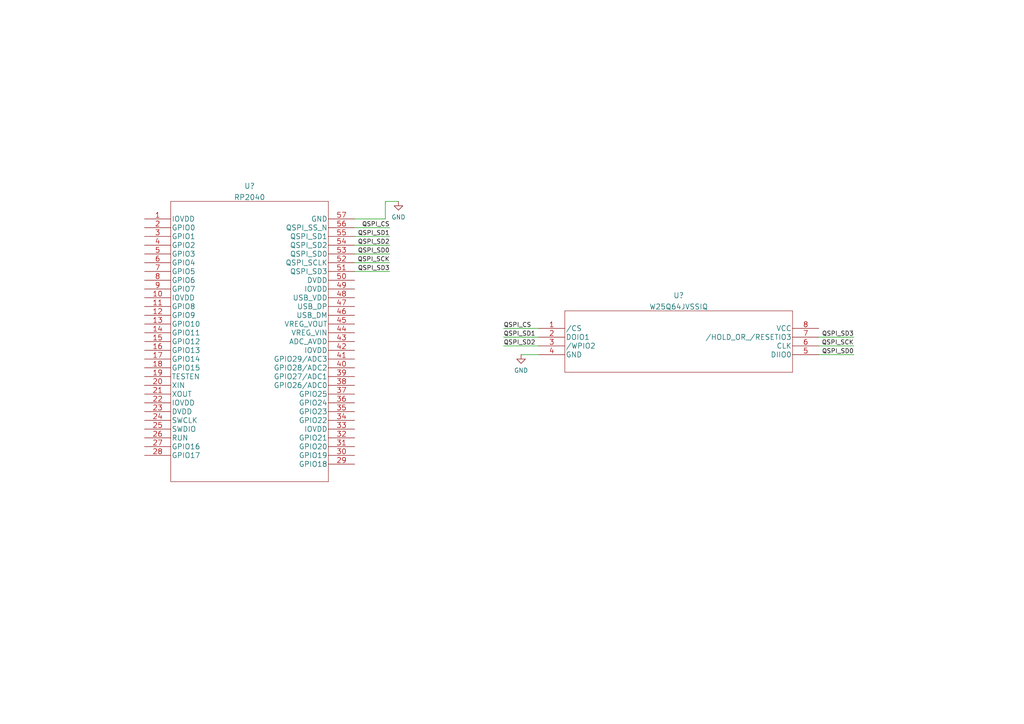
<source format=kicad_sch>
(kicad_sch (version 20211123) (generator eeschema)
  (paper "A4")
  (lib_symbols
    (symbol "RP2040:RP2040" (pin_names (offset 0.254))
      (property "Reference" "U" (at 30.48 10.16 0))
      (property "Value" "RP2040" (at 30.48 7.62 0))
      (symbol "RP2040_1_1"
        (polyline (pts (xy 7.62 -76.2) (xy 53.34 -76.2)) (stroke (width 0.127)))
        (polyline (pts (xy 7.62 5.08) (xy 7.62 -76.2)) (stroke (width 0.127)))
        (polyline (pts (xy 53.34 -76.2) (xy 53.34 5.08)) (stroke (width 0.127)))
        (polyline (pts (xy 53.34 5.08) (xy 7.62 5.08)) (stroke (width 0.127)))
        (pin power_in line (at 0 0 0) (length 7.62) (name "IOVDD") (number "1"))
        (pin power_in line (at 0 -22.86 0) (length 7.62) (name "IOVDD") (number "10"))
        (pin bidirectional line (at 0 -25.4 0) (length 7.62) (name "GPIO8") (number "11"))
        (pin bidirectional line (at 0 -27.94 0) (length 7.62) (name "GPIO9") (number "12"))
        (pin bidirectional line (at 0 -30.48 0) (length 7.62) (name "GPIO10") (number "13"))
        (pin bidirectional line (at 0 -33.02 0) (length 7.62) (name "GPIO11") (number "14"))
        (pin bidirectional line (at 0 -35.56 0) (length 7.62) (name "GPIO12") (number "15"))
        (pin bidirectional line (at 0 -38.1 0) (length 7.62) (name "GPIO13") (number "16"))
        (pin bidirectional line (at 0 -40.64 0) (length 7.62) (name "GPIO14") (number "17"))
        (pin bidirectional line (at 0 -43.18 0) (length 7.62) (name "GPIO15") (number "18"))
        (pin unspecified line (at 0 -45.72 0) (length 7.62) (name "TESTEN") (number "19"))
        (pin bidirectional line (at 0 -2.54 0) (length 7.62) (name "GPIO0") (number "2"))
        (pin unspecified line (at 0 -48.26 0) (length 7.62) (name "XIN") (number "20"))
        (pin output line (at 0 -50.8 0) (length 7.62) (name "XOUT") (number "21"))
        (pin power_in line (at 0 -53.34 0) (length 7.62) (name "IOVDD") (number "22"))
        (pin power_in line (at 0 -55.88 0) (length 7.62) (name "DVDD") (number "23"))
        (pin unspecified line (at 0 -58.42 0) (length 7.62) (name "SWCLK") (number "24"))
        (pin unspecified line (at 0 -60.96 0) (length 7.62) (name "SWDIO") (number "25"))
        (pin unspecified line (at 0 -63.5 0) (length 7.62) (name "RUN") (number "26"))
        (pin bidirectional line (at 0 -66.04 0) (length 7.62) (name "GPIO16") (number "27"))
        (pin bidirectional line (at 0 -68.58 0) (length 7.62) (name "GPIO17") (number "28"))
        (pin bidirectional line (at 60.96 -71.12 180) (length 7.62) (name "GPIO18") (number "29"))
        (pin bidirectional line (at 0 -5.08 0) (length 7.62) (name "GPIO1") (number "3"))
        (pin bidirectional line (at 60.96 -68.58 180) (length 7.62) (name "GPIO19") (number "30"))
        (pin bidirectional line (at 60.96 -66.04 180) (length 7.62) (name "GPIO20") (number "31"))
        (pin bidirectional line (at 60.96 -63.5 180) (length 7.62) (name "GPIO21") (number "32"))
        (pin power_in line (at 60.96 -60.96 180) (length 7.62) (name "IOVDD") (number "33"))
        (pin bidirectional line (at 60.96 -58.42 180) (length 7.62) (name "GPIO22") (number "34"))
        (pin bidirectional line (at 60.96 -55.88 180) (length 7.62) (name "GPIO23") (number "35"))
        (pin bidirectional line (at 60.96 -53.34 180) (length 7.62) (name "GPIO24") (number "36"))
        (pin bidirectional line (at 60.96 -50.8 180) (length 7.62) (name "GPIO25") (number "37"))
        (pin bidirectional line (at 60.96 -48.26 180) (length 7.62) (name "GPIO26/ADC0") (number "38"))
        (pin bidirectional line (at 60.96 -45.72 180) (length 7.62) (name "GPIO27/ADC1") (number "39"))
        (pin bidirectional line (at 0 -7.62 0) (length 7.62) (name "GPIO2") (number "4"))
        (pin bidirectional line (at 60.96 -43.18 180) (length 7.62) (name "GPIO28/ADC2") (number "40"))
        (pin bidirectional line (at 60.96 -40.64 180) (length 7.62) (name "GPIO29/ADC3") (number "41"))
        (pin power_in line (at 60.96 -38.1 180) (length 7.62) (name "IOVDD") (number "42"))
        (pin power_in line (at 60.96 -35.56 180) (length 7.62) (name "ADC_AVDD") (number "43"))
        (pin unspecified line (at 60.96 -33.02 180) (length 7.62) (name "VREG_VIN") (number "44"))
        (pin output line (at 60.96 -30.48 180) (length 7.62) (name "VREG_VOUT") (number "45"))
        (pin unspecified line (at 60.96 -27.94 180) (length 7.62) (name "USB_DM") (number "46"))
        (pin unspecified line (at 60.96 -25.4 180) (length 7.62) (name "USB_DP") (number "47"))
        (pin power_in line (at 60.96 -22.86 180) (length 7.62) (name "USB_VDD") (number "48"))
        (pin power_in line (at 60.96 -20.32 180) (length 7.62) (name "IOVDD") (number "49"))
        (pin bidirectional line (at 0 -10.16 0) (length 7.62) (name "GPIO3") (number "5"))
        (pin power_in line (at 60.96 -17.78 180) (length 7.62) (name "DVDD") (number "50"))
        (pin bidirectional line (at 60.96 -15.24 180) (length 7.62) (name "QSPI_SD3") (number "51"))
        (pin unspecified line (at 60.96 -12.7 180) (length 7.62) (name "QSPI_SCLK") (number "52"))
        (pin bidirectional line (at 60.96 -10.16 180) (length 7.62) (name "QSPI_SD0") (number "53"))
        (pin bidirectional line (at 60.96 -7.62 180) (length 7.62) (name "QSPI_SD2") (number "54"))
        (pin bidirectional line (at 60.96 -5.08 180) (length 7.62) (name "QSPI_SD1") (number "55"))
        (pin unspecified line (at 60.96 -2.54 180) (length 7.62) (name "QSPI_SS_N") (number "56"))
        (pin power_in line (at 60.96 0 180) (length 7.62) (name "GND") (number "57"))
        (pin bidirectional line (at 0 -12.7 0) (length 7.62) (name "GPIO4") (number "6"))
        (pin bidirectional line (at 0 -15.24 0) (length 7.62) (name "GPIO5") (number "7"))
        (pin bidirectional line (at 0 -17.78 0) (length 7.62) (name "GPIO6") (number "8"))
        (pin bidirectional line (at 0 -20.32 0) (length 7.62) (name "GPIO7") (number "9"))
      )
    )
    (symbol "W25QJVSSIQ:W25Q64JVSSIQ" (pin_names (offset 0.254))
      (property "Reference" "U" (at 40.64 10.16 0))
      (property "Value" "W25Q64JVSSIQ" (at 40.64 7.62 0))
      (symbol "W25Q64JVSSIQ_1_1"
        (polyline (pts (xy 7.62 -12.7) (xy 73.66 -12.7)) (stroke (width 0.127)))
        (polyline (pts (xy 7.62 5.08) (xy 7.62 -12.7)) (stroke (width 0.127)))
        (polyline (pts (xy 73.66 -12.7) (xy 73.66 5.08)) (stroke (width 0.127)))
        (polyline (pts (xy 73.66 5.08) (xy 7.62 5.08)) (stroke (width 0.127)))
        (pin unspecified line (at 0 0 0) (length 7.62) (name "/CS") (number "1"))
        (pin unspecified line (at 0 -2.54 0) (length 7.62) (name "DOIO1") (number "2"))
        (pin unspecified line (at 0 -5.08 0) (length 7.62) (name "/WPIO2") (number "3"))
        (pin power_in line (at 0 -7.62 0) (length 7.62) (name "GND") (number "4"))
        (pin unspecified line (at 81.28 -7.62 180) (length 7.62) (name "DIIO0") (number "5"))
        (pin unspecified line (at 81.28 -5.08 180) (length 7.62) (name "CLK") (number "6"))
        (pin unspecified line (at 81.28 -2.54 180) (length 7.62) (name "/HOLD_OR_/RESETIO3") (number "7"))
        (pin power_in line (at 81.28 0 180) (length 7.62) (name "VCC") (number "8"))
      )
    )
    (symbol "power:GND" (power) (pin_names (offset 0))
      (property "Value" "GND" (at 0 -3.81 0))
      (symbol "GND_0_1"
        (polyline (pts (xy 0 0) (xy 0 -1.27) (xy 1.27 -1.27) (xy 0 -2.54) (xy -1.27 -1.27) (xy 0 -1.27)))
      )
      (symbol "GND_1_1"
        (pin power_in line (at 0 0 270) (length 0) hide (name "GND") (number "1"))
      )
    )
  )
  (wire (pts (xy 113.03 76.2) (xy 102.87 76.2)))
  (wire (pts (xy 146.05 100.33) (xy 156.21 100.33)))
  (wire (pts (xy 113.03 71.12) (xy 102.87 71.12)))
  (wire (pts (xy 113.03 68.58) (xy 102.87 68.58)))
  (wire (pts (xy 151.13 102.87) (xy 156.21 102.87)))
  (wire (pts (xy 146.05 97.79) (xy 156.21 97.79)))
  (wire (pts (xy 111.76 58.42) (xy 115.57 58.42)))
  (wire (pts (xy 247.65 102.87) (xy 237.49 102.87)))
  (wire (pts (xy 111.76 63.5) (xy 111.76 58.42)))
  (wire (pts (xy 247.65 97.79) (xy 237.49 97.79)))
  (wire (pts (xy 146.05 95.25) (xy 156.21 95.25)))
  (wire (pts (xy 113.03 73.66) (xy 102.87 73.66)))
  (wire (pts (xy 113.03 78.74) (xy 102.87 78.74)))
  (wire (pts (xy 113.03 66.04) (xy 102.87 66.04)))
  (wire (pts (xy 102.87 63.5) (xy 111.76 63.5)))
  (wire (pts (xy 247.65 100.33) (xy 237.49 100.33)))
  (label "QSPI_SD0" (at 113.03 73.66 180))
  (label "QSPI_SD2" (at 113.03 71.12 180))
  (label "QSPI_SD3" (at 247.65 97.79 180))
  (label "QSPI_CS" (at 113.03 66.04 180))
  (label "QSPI_CS" (at 146.05 95.25 0))
  (label "QSPI_SD1" (at 113.03 68.58 180))
  (label "QSPI_SCK" (at 247.65 100.33 180))
  (label "QSPI_SD3" (at 113.03 78.74 180))
  (label "QSPI_SCK" (at 113.03 76.2 180))
  (label "QSPI_SD2" (at 146.05 100.33 0))
  (label "QSPI_SD0" (at 247.65 102.87 180))
  (label "QSPI_SD1" (at 146.05 97.79 0))
  (symbol (lib_id "RP2040:RP2040") (at 41.91 63.5 0) (unit 1)
    (property "Reference" "U?" (at 72.39 53.9526 0) (effects (font (size 1.524 1.524))))
    (property "Value" "RP2040" (at 72.39 57.2316 0) (effects (font (size 1.524 1.524))))
    (property "Footprint" "IC57_RP2040" (effects hide))
  )
  (symbol (lib_id "power:GND") (at 151.13 102.87 0) (unit 1)
    (property "Reference" "#PWR?" (effects hide))
    (property "Value" "GND" (at 151.13 107.4325 0))
  )
  (symbol (lib_id "power:GND") (at 115.57 58.42 0) (unit 1)
    (property "Reference" "#PWR?" (effects hide))
    (property "Value" "GND" (at 115.57 62.9825 0))
  )
  (symbol (lib_id "W25QJVSSIQ:W25Q64JVSSIQ") (at 156.21 95.25 0) (unit 1)
    (property "Reference" "U?" (at 196.85 85.7026 0) (effects (font (size 1.524 1.524))))
    (property "Value" "W25Q64JVSSIQ" (at 196.85 88.9816 0) (effects (font (size 1.524 1.524))))
    (property "Footprint" "SOIC-8_5P28X5P28_WIN" (effects hide))
  )
)
</source>
